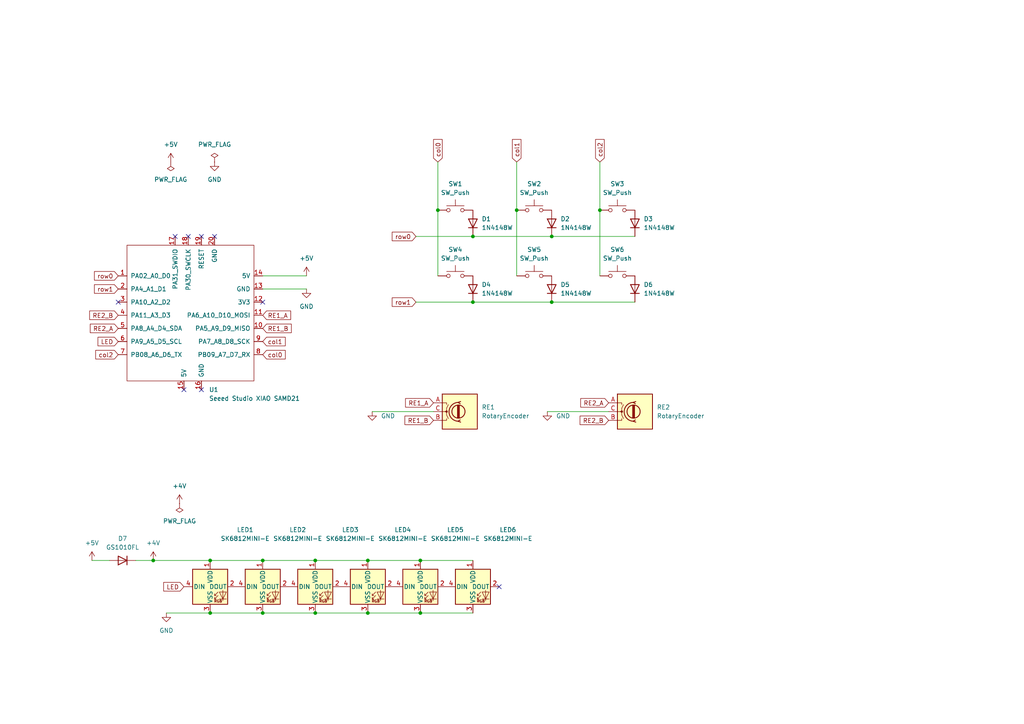
<source format=kicad_sch>
(kicad_sch (version 20230121) (generator eeschema)
  (paper "A4")
  (lib_symbols
    (symbol "Device:D" (pin_numbers hide) (pin_names (offset 1.016) hide)
      (property "Reference" "D" (at 0 2.54 0))
      (property "Value" "D" (at 0 -2.54 0))
      (symbol "D_0_1"
        (polyline (pts (xy -1.27 1.27) (xy -1.27 -1.27)) (stroke (width 0.254)))
        (polyline (pts (xy 1.27 0) (xy -1.27 0)))
        (polyline (pts (xy 1.27 1.27) (xy 1.27 -1.27) (xy -1.27 0) (xy 1.27 1.27)) (stroke (width 0.254)))
      )
      (symbol "D_1_1"
        (pin passive line (at -3.81 0 0) (length 2.54) (name "K") (number "1"))
        (pin passive line (at 3.81 0 180) (length 2.54) (name "A") (number "2"))
      )
    )
    (symbol "Device:RotaryEncoder" (pin_names (offset 0.254) hide)
      (property "Reference" "SW" (at 0 6.604 0))
      (property "Value" "RotaryEncoder" (at 0 -6.604 0))
      (symbol "RotaryEncoder_0_1"
        (rectangle (start -5.08 5.08) (end 5.08 -5.08) (stroke (width 0.254)) (fill (type background)))
        (circle (center -3.81 0) (radius 0.254) (fill (type outline)))
        (circle (center -0.381 0) (radius 1.905) (stroke (width 0.254)))
        (arc (start -0.381 2.667) (mid -3.0988 -0.0635) (end -0.381 -2.794) (stroke (width 0.254)))
        (polyline (pts (xy -0.635 -1.778) (xy -0.635 1.778)) (stroke (width 0.254)))
        (polyline (pts (xy -0.381 -1.778) (xy -0.381 1.778)) (stroke (width 0.254)))
        (polyline (pts (xy -0.127 1.778) (xy -0.127 -1.778)) (stroke (width 0.254)))
        (polyline (pts (xy -5.08 -2.54) (xy -3.81 -2.54) (xy -3.81 -2.032)))
        (polyline (pts (xy -5.08 2.54) (xy -3.81 2.54) (xy -3.81 2.032)))
        (polyline (pts (xy 0.254 -3.048) (xy -0.508 -2.794) (xy 0.127 -2.413)) (stroke (width 0.254)))
        (polyline (pts (xy 0.254 2.921) (xy -0.508 2.667) (xy 0.127 2.286)) (stroke (width 0.254)))
        (polyline (pts (xy -5.08 0) (xy -3.81 0) (xy -3.81 -1.016) (xy -3.302 -2.032)))
        (polyline (pts (xy -4.318 0) (xy -3.81 0) (xy -3.81 1.016) (xy -3.302 2.032)))
      )
      (symbol "RotaryEncoder_1_1"
        (pin passive line (at -7.62 2.54 0) (length 2.54) (name "A") (number "A"))
        (pin passive line (at -7.62 -2.54 0) (length 2.54) (name "B") (number "B"))
        (pin passive line (at -7.62 0 0) (length 2.54) (name "C") (number "C"))
      )
    )
    (symbol "Diode:1N4148W" (pin_numbers hide) (pin_names hide)
      (property "Reference" "D" (at 0 2.54 0))
      (property "Value" "1N4148W" (at 0 -2.54 0))
      (symbol "1N4148W_0_1"
        (polyline (pts (xy -1.27 1.27) (xy -1.27 -1.27)) (stroke (width 0.254)))
        (polyline (pts (xy 1.27 0) (xy -1.27 0)))
        (polyline (pts (xy 1.27 1.27) (xy 1.27 -1.27) (xy -1.27 0) (xy 1.27 1.27)) (stroke (width 0.254)))
      )
      (symbol "1N4148W_1_1"
        (pin passive line (at -3.81 0 0) (length 2.54) (name "K") (number "1"))
        (pin passive line (at 3.81 0 180) (length 2.54) (name "A") (number "2"))
      )
    )
    (symbol "LED:WS2812B" (pin_names (offset 0.254))
      (property "Reference" "D" (at 5.08 5.715 0))
      (property "Value" "WS2812B" (at 1.27 -5.715 0))
      (symbol "WS2812B_0_0"
        (text "RGB" (at 2.286 -4.191 0) (effects (font (size 0.762 0.762))))
      )
      (symbol "WS2812B_0_1"
        (polyline (pts (xy 1.27 -3.556) (xy 1.778 -3.556)))
        (polyline (pts (xy 1.27 -2.54) (xy 1.778 -2.54)))
        (polyline (pts (xy 4.699 -3.556) (xy 2.667 -3.556)))
        (polyline (pts (xy 2.286 -2.54) (xy 1.27 -3.556) (xy 1.27 -3.048)))
        (polyline (pts (xy 2.286 -1.524) (xy 1.27 -2.54) (xy 1.27 -2.032)))
        (polyline (pts (xy 3.683 -1.016) (xy 3.683 -3.556) (xy 3.683 -4.064)))
        (polyline (pts (xy 4.699 -1.524) (xy 2.667 -1.524) (xy 3.683 -3.556) (xy 4.699 -1.524)))
        (rectangle (start 5.08 5.08) (end -5.08 -5.08) (stroke (width 0.254)) (fill (type background)))
      )
      (symbol "WS2812B_1_1"
        (pin power_in line (at 0 7.62 270) (length 2.54) (name "VDD") (number "1"))
        (pin output line (at 7.62 0 180) (length 2.54) (name "DOUT") (number "2"))
        (pin power_in line (at 0 -7.62 90) (length 2.54) (name "VSS") (number "3"))
        (pin input line (at -7.62 0 0) (length 2.54) (name "DIN") (number "4"))
      )
    )
    (symbol "Seeed_Studio_XIAO_Series:Seeed Studio XIAO SAMD21" (pin_names (offset 1.016))
      (property "Reference" "U1" (at 4.7341 -21.59 0))
      (property "Value" "Seeed Studio XIAO SAMD21" (at 4.7341 -24.13 0))
      (symbol "Seeed Studio XIAO SAMD21_0_1"
        (rectangle (start -19.05 20.32) (end 17.78 -19.05))
      )
      (symbol "Seeed Studio XIAO SAMD21_1_1"
        (pin bidirectional line (at -21.59 11.43 0) (length 2.54) (name "PA02_A0_D0") (number "1"))
        (pin bidirectional line (at 20.32 -3.81 180) (length 2.54) (name "PA5_A9_D9_MISO") (number "10"))
        (pin bidirectional line (at 20.32 0 180) (length 2.54) (name "PA6_A10_D10_MOSI") (number "11"))
        (pin power_in line (at 20.32 3.81 180) (length 2.54) (name "3V3") (number "12"))
        (pin power_in line (at 20.32 7.62 180) (length 2.54) (name "GND") (number "13"))
        (pin power_in line (at 20.32 11.43 180) (length 2.54) (name "5V") (number "14"))
        (pin input line (at -2.54 -21.59 90) (length 2.54) (name "5V") (number "15"))
        (pin input line (at 2.54 -21.59 90) (length 2.54) (name "GND") (number "16"))
        (pin input line (at -5.08 22.86 270) (length 2.54) (name "PA31_SWDIO") (number "17"))
        (pin input line (at -1.27 22.86 270) (length 2.54) (name "PA30_SWCLK") (number "18"))
        (pin input line (at 2.54 22.86 270) (length 2.54) (name "RESET") (number "19"))
        (pin bidirectional line (at -21.59 7.62 0) (length 2.54) (name "PA4_A1_D1") (number "2"))
        (pin input line (at 6.35 22.86 270) (length 2.54) (name "GND") (number "20"))
        (pin bidirectional line (at -21.59 3.81 0) (length 2.54) (name "PA10_A2_D2") (number "3"))
        (pin bidirectional line (at -21.59 0 0) (length 2.54) (name "PA11_A3_D3") (number "4"))
        (pin bidirectional line (at -21.59 -3.81 0) (length 2.54) (name "PA8_A4_D4_SDA") (number "5"))
        (pin bidirectional line (at -21.59 -7.62 0) (length 2.54) (name "PA9_A5_D5_SCL") (number "6"))
        (pin bidirectional line (at -21.59 -11.43 0) (length 2.54) (name "PB08_A6_D6_TX") (number "7"))
        (pin bidirectional line (at 20.32 -11.43 180) (length 2.54) (name "PB09_A7_D7_RX") (number "8"))
        (pin bidirectional line (at 20.32 -7.62 180) (length 2.54) (name "PA7_A8_D8_SCK") (number "9"))
      )
    )
    (symbol "Switch:SW_Push" (pin_numbers hide) (pin_names (offset 1.016) hide)
      (property "Reference" "SW" (at 1.27 2.54 0))
      (property "Value" "SW_Push" (at 0 -1.524 0))
      (symbol "SW_Push_0_1"
        (circle (center -2.032 0) (radius 0.508))
        (polyline (pts (xy 0 1.27) (xy 0 3.048)))
        (polyline (pts (xy 2.54 1.27) (xy -2.54 1.27)))
        (circle (center 2.032 0) (radius 0.508))
        (pin passive line (at -5.08 0 0) (length 2.54) (name "1") (number "1"))
        (pin passive line (at 5.08 0 180) (length 2.54) (name "2") (number "2"))
      )
    )
    (symbol "power:+4V" (power) (pin_names (offset 0))
      (property "Value" "+4V" (at 0 3.556 0))
      (symbol "+4V_0_1"
        (polyline (pts (xy -0.762 1.27) (xy 0 2.54)))
        (polyline (pts (xy 0 0) (xy 0 2.54)))
        (polyline (pts (xy 0 2.54) (xy 0.762 1.27)))
      )
      (symbol "+4V_1_1"
        (pin power_in line (at 0 0 90) (length 0) hide (name "+4V") (number "1"))
      )
    )
    (symbol "power:+5V" (power) (pin_names (offset 0))
      (property "Value" "+5V" (at 0 3.556 0))
      (symbol "+5V_0_1"
        (polyline (pts (xy -0.762 1.27) (xy 0 2.54)))
        (polyline (pts (xy 0 0) (xy 0 2.54)))
        (polyline (pts (xy 0 2.54) (xy 0.762 1.27)))
      )
      (symbol "+5V_1_1"
        (pin power_in line (at 0 0 90) (length 0) hide (name "+5V") (number "1"))
      )
    )
    (symbol "power:GND" (power) (pin_names (offset 0))
      (property "Value" "GND" (at 0 -3.81 0))
      (symbol "GND_0_1"
        (polyline (pts (xy 0 0) (xy 0 -1.27) (xy 1.27 -1.27) (xy 0 -2.54) (xy -1.27 -1.27) (xy 0 -1.27)))
      )
      (symbol "GND_1_1"
        (pin power_in line (at 0 0 270) (length 0) hide (name "GND") (number "1"))
      )
    )
    (symbol "power:PWR_FLAG" (power) (pin_numbers hide) (pin_names (offset 0) hide)
      (property "Value" "PWR_FLAG" (at 0 3.81 0))
      (symbol "PWR_FLAG_0_0"
        (pin power_out line (at 0 0 90) (length 0) (name "pwr") (number "1"))
      )
      (symbol "PWR_FLAG_0_1"
        (polyline (pts (xy 0 0) (xy 0 1.27) (xy -1.016 1.905) (xy 0 2.54) (xy 1.016 1.905) (xy 0 1.27)))
      )
    )
  )
  (junction (at 91.44 162.56))
  (junction (at 121.92 177.8))
  (junction (at 137.16 87.63))
  (junction (at 76.2 162.56))
  (junction (at 137.16 68.58))
  (junction (at 173.99 60.96))
  (junction (at 91.44 177.8))
  (junction (at 160.02 87.63))
  (junction (at 160.02 68.58))
  (junction (at 76.2 177.8))
  (junction (at 121.92 162.56))
  (junction (at 149.86 60.96))
  (junction (at 127 60.96))
  (junction (at 106.68 162.56))
  (junction (at 60.96 177.8))
  (junction (at 60.96 162.56))
  (junction (at 44.45 162.56))
  (junction (at 106.68 177.8))
  (no_connect (at 34.29 87.63))
  (no_connect (at 53.34 113.03))
  (no_connect (at 58.42 68.58))
  (no_connect (at 54.61 68.58))
  (no_connect (at 144.78 170.18))
  (no_connect (at 62.23 68.58))
  (no_connect (at 58.42 113.03))
  (no_connect (at 50.8 68.58))
  (no_connect (at 76.2 87.63))
  (wire (pts (xy 127 60.96) (xy 127 80.01)))
  (wire (pts (xy 158.75 119.38) (xy 176.53 119.38)))
  (wire (pts (xy 121.92 162.56) (xy 137.16 162.56)))
  (wire (pts (xy 121.92 177.8) (xy 137.16 177.8)))
  (wire (pts (xy 91.44 177.8) (xy 106.68 177.8)))
  (wire (pts (xy 160.02 68.58) (xy 184.15 68.58)))
  (wire (pts (xy 149.86 46.99) (xy 149.86 60.96)))
  (wire (pts (xy 76.2 177.8) (xy 91.44 177.8)))
  (wire (pts (xy 137.16 87.63) (xy 160.02 87.63)))
  (wire (pts (xy 137.16 68.58) (xy 160.02 68.58)))
  (wire (pts (xy 88.9 83.82) (xy 76.2 83.82)))
  (wire (pts (xy 120.65 87.63) (xy 137.16 87.63)))
  (wire (pts (xy 107.95 119.38) (xy 125.73 119.38)))
  (wire (pts (xy 173.99 60.96) (xy 173.99 80.01)))
  (wire (pts (xy 60.96 177.8) (xy 76.2 177.8)))
  (wire (pts (xy 76.2 162.56) (xy 91.44 162.56)))
  (wire (pts (xy 106.68 177.8) (xy 121.92 177.8)))
  (wire (pts (xy 60.96 162.56) (xy 76.2 162.56)))
  (wire (pts (xy 173.99 46.99) (xy 173.99 60.96)))
  (wire (pts (xy 149.86 60.96) (xy 149.86 80.01)))
  (wire (pts (xy 88.9 80.01) (xy 76.2 80.01)))
  (wire (pts (xy 91.44 162.56) (xy 106.68 162.56)))
  (wire (pts (xy 48.26 177.8) (xy 60.96 177.8)))
  (wire (pts (xy 127 46.99) (xy 127 60.96)))
  (wire (pts (xy 39.37 162.56) (xy 44.45 162.56)))
  (wire (pts (xy 44.45 162.56) (xy 60.96 162.56)))
  (wire (pts (xy 120.65 68.58) (xy 137.16 68.58)))
  (wire (pts (xy 106.68 162.56) (xy 121.92 162.56)))
  (wire (pts (xy 26.67 162.56) (xy 31.75 162.56)))
  (wire (pts (xy 160.02 87.63) (xy 184.15 87.63)))
  (text "ロータリーエンコーダー" (at -223.52 7.62 0) (effects (font (size 3 3)) (justify left bottom)))
  (text "マイコンボード" (at -201.93 -93.98 0) (effects (font (size 3 3)) (justify left bottom)))
  (text "バックライトLED" (at -196.85 -38.1 0) (effects (font (size 3 3)) (justify left bottom)))
  (text "キーマトリクス" (at -220.98 -26.67 0) (effects (font (size 3 3)) (justify left bottom)))
  (global_label "row1" (shape input) (at 120.65 87.63 180) (property "Intersheetrefs" "${INTERSHEET_REFS}" (effects hide)))
  (global_label "col0" (shape input) (at 127 46.99 90) (property "Intersheetrefs" "${INTERSHEET_REFS}" (effects hide)))
  (global_label "RE1_B" (shape input) (at 125.73 121.92 180) (property "Intersheetrefs" "${INTERSHEET_REFS}" (effects hide)))
  (global_label "LED" (shape input) (at 34.29 99.06 180) (property "Intersheetrefs" "${INTERSHEET_REFS}" (effects hide)))
  (global_label "RE1_B" (shape input) (at 76.2 95.25 0) (property "Intersheetrefs" "${INTERSHEET_REFS}" (effects hide)))
  (global_label "RE2_B" (shape input) (at 34.29 91.44 180) (property "Intersheetrefs" "${INTERSHEET_REFS}" (effects hide)))
  (global_label "col2" (shape input) (at 34.29 102.87 180) (property "Intersheetrefs" "${INTERSHEET_REFS}" (effects hide)))
  (global_label "row1" (shape input) (at 34.29 83.82 180) (property "Intersheetrefs" "${INTERSHEET_REFS}" (effects hide)))
  (global_label "LED" (shape input) (at 53.34 170.18 180) (property "Intersheetrefs" "${INTERSHEET_REFS}" (effects hide)))
  (global_label "col1" (shape input) (at 76.2 99.06 0) (property "Intersheetrefs" "${INTERSHEET_REFS}" (effects hide)))
  (global_label "RE1_A" (shape input) (at 76.2 91.44 0) (property "Intersheetrefs" "${INTERSHEET_REFS}" (effects hide)))
  (global_label "col0" (shape input) (at 76.2 102.87 0) (property "Intersheetrefs" "${INTERSHEET_REFS}" (effects hide)))
  (global_label "row0" (shape input) (at 120.65 68.58 180) (property "Intersheetrefs" "${INTERSHEET_REFS}" (effects hide)))
  (global_label "RE1_A" (shape input) (at 125.73 116.84 180) (property "Intersheetrefs" "${INTERSHEET_REFS}" (effects hide)))
  (global_label "row0" (shape input) (at 34.29 80.01 180) (property "Intersheetrefs" "${INTERSHEET_REFS}" (effects hide)))
  (global_label "RE2_B" (shape input) (at 176.53 121.92 180) (property "Intersheetrefs" "${INTERSHEET_REFS}" (effects hide)))
  (global_label "RE2_A" (shape input) (at 34.29 95.25 180) (property "Intersheetrefs" "${INTERSHEET_REFS}" (effects hide)))
  (global_label "col2" (shape input) (at 173.99 46.99 90) (property "Intersheetrefs" "${INTERSHEET_REFS}" (effects hide)))
  (global_label "RE2_A" (shape input) (at 176.53 116.84 180) (property "Intersheetrefs" "${INTERSHEET_REFS}" (effects hide)))
  (global_label "col1" (shape input) (at 149.86 46.99 90) (property "Intersheetrefs" "${INTERSHEET_REFS}" (effects hide)))
  (symbol (lib_id "LED:WS2812B") (at 121.92 170.18 0) (unit 1)
    (property "Reference" "LED5" (at 132.08 153.67 0))
    (property "Value" "SK6812MINI-E" (at 132.08 156.21 0))
    (property "Footprint" "Keebio-Parts:SK6812-MINI-E" (effects hide))
    (property "Datasheet" "https://cdn-shop.adafruit.com/datasheets/WS2812B.pdf" (effects hide))
  )
  (symbol (lib_id "Diode:1N4148W") (at 184.15 83.82 90) (unit 1)
    (property "Reference" "D6" (at 186.69 82.55 90) (effects (justify right)))
    (property "Value" "1N4148W" (at 186.69 85.09 90) (effects (justify right)))
    (property "Footprint" "Diode_SMD:D_SOD-123" (effects hide))
    (property "Datasheet" "https://www.vishay.com/docs/85748/1n4148w.pdf" (effects hide))
    (property "Sim.Device" "D" (effects hide))
    (property "Sim.Pins" "1=K 2=A" (effects hide))
  )
  (symbol (lib_id "Device:D") (at 35.56 162.56 180) (unit 1)
    (property "Reference" "D7" (at 35.56 156.21 0))
    (property "Value" "GS1010FL" (at 35.56 158.75 0))
    (property "Footprint" "Diode_SMD:D_SOD-123F" (effects hide))
    (property "Sim.Device" "D" (effects hide))
    (property "Sim.Pins" "1=K 2=A" (effects hide))
  )
  (symbol (lib_id "Switch:SW_Push") (at 154.94 80.01 0) (unit 1)
    (property "Reference" "SW5" (at 154.94 72.39 0))
    (property "Value" "SW_Push" (at 154.94 74.93 0))
    (property "Footprint" "MX_Solderable:MX-Solderable-1U" (effects hide))
  )
  (symbol (lib_id "Switch:SW_Push") (at 179.07 60.96 0) (unit 1)
    (property "Reference" "SW3" (at 179.07 53.34 0))
    (property "Value" "SW_Push" (at 179.07 55.88 0))
    (property "Footprint" "MX_Solderable:MX-Solderable-1U" (effects hide))
  )
  (symbol (lib_id "Switch:SW_Push") (at 132.08 60.96 0) (unit 1)
    (property "Reference" "SW1" (at 132.08 53.34 0))
    (property "Value" "SW_Push" (at 132.08 55.88 0))
    (property "Footprint" "MX_Solderable:MX-Solderable-1U" (effects hide))
  )
  (symbol (lib_id "power:GND") (at 48.26 177.8 0) (unit 1)
    (property "Reference" "#PWR05" (effects hide))
    (property "Value" "GND" (at 48.26 182.88 0))
  )
  (symbol (lib_id "power:+4V") (at 52.07 146.05 0) (unit 1)
    (property "Reference" "#PWR010" (effects hide))
    (property "Value" "+4V" (at 52.07 140.97 0))
  )
  (symbol (lib_id "power:GND") (at 88.9 83.82 0) (unit 1)
    (property "Reference" "#PWR03" (effects hide))
    (property "Value" "GND" (at 88.9 88.9 0))
  )
  (symbol (lib_id "power:PWR_FLAG") (at 52.07 146.05 180) (unit 1)
    (property "Reference" "#FLG03" (effects hide))
    (property "Value" "PWR_FLAG" (at 52.07 151.13 0))
  )
  (symbol (lib_id "power:GND") (at 107.95 119.38 0) (unit 1)
    (property "Reference" "#PWR01" (effects hide))
    (property "Value" "GND" (at 110.49 120.65 0) (effects (justify left)))
  )
  (symbol (lib_id "Diode:1N4148W") (at 160.02 83.82 90) (unit 1)
    (property "Reference" "D5" (at 162.56 82.55 90) (effects (justify right)))
    (property "Value" "1N4148W" (at 162.56 85.09 90) (effects (justify right)))
    (property "Footprint" "Diode_SMD:D_SOD-123" (effects hide))
    (property "Datasheet" "https://www.vishay.com/docs/85748/1n4148w.pdf" (effects hide))
    (property "Sim.Device" "D" (effects hide))
    (property "Sim.Pins" "1=K 2=A" (effects hide))
  )
  (symbol (lib_id "LED:WS2812B") (at 137.16 170.18 0) (unit 1)
    (property "Reference" "LED6" (at 147.32 153.67 0))
    (property "Value" "SK6812MINI-E" (at 147.32 156.21 0))
    (property "Footprint" "Keebio-Parts:SK6812-MINI-E" (effects hide))
    (property "Datasheet" "https://cdn-shop.adafruit.com/datasheets/WS2812B.pdf" (effects hide))
  )
  (symbol (lib_id "Diode:1N4148W") (at 184.15 64.77 90) (unit 1)
    (property "Reference" "D3" (at 186.69 63.5 90) (effects (justify right)))
    (property "Value" "1N4148W" (at 186.69 66.04 90) (effects (justify right)))
    (property "Footprint" "Diode_SMD:D_SOD-123" (effects hide))
    (property "Datasheet" "https://www.vishay.com/docs/85748/1n4148w.pdf" (effects hide))
    (property "Sim.Device" "D" (effects hide))
    (property "Sim.Pins" "1=K 2=A" (effects hide))
  )
  (symbol (lib_id "LED:WS2812B") (at 60.96 170.18 0) (unit 1)
    (property "Reference" "LED1" (at 71.12 153.67 0))
    (property "Value" "SK6812MINI-E" (at 71.12 156.21 0))
    (property "Footprint" "Keebio-Parts:SK6812-MINI-E" (effects hide))
    (property "Datasheet" "https://cdn-shop.adafruit.com/datasheets/WS2812B.pdf" (effects hide))
  )
  (symbol (lib_id "Seeed_Studio_XIAO_Series:Seeed Studio XIAO SAMD21") (at 55.88 91.44 0) (unit 1)
    (property "Reference" "U1" (at 60.6141 113.03 0) (effects (justify left)))
    (property "Value" "Seeed Studio XIAO SAMD21" (at 60.6141 115.57 0) (effects (justify left)))
    (property "Footprint" "Seeed Studio XIAO Series Library:XIAO-SAMD21-RP2040-14P-2.54-21X17.8MM (Seeeduino XIAO)" (effects hide))
  )
  (symbol (lib_id "Switch:SW_Push") (at 179.07 80.01 0) (unit 1)
    (property "Reference" "SW6" (at 179.07 72.39 0))
    (property "Value" "SW_Push" (at 179.07 74.93 0))
    (property "Footprint" "MX_Solderable:MX-Solderable-1U" (effects hide))
  )
  (symbol (lib_id "Device:RotaryEncoder") (at 133.35 119.38 0) (unit 1)
    (property "Reference" "RE1" (at 139.7 118.11 0) (effects (justify left)))
    (property "Value" "RotaryEncoder" (at 139.7 120.65 0) (effects (justify left)))
    (property "Footprint" "Rotary_Encoder:RotaryEncoder_Alps_EC12E_Vertical_H20mm" (effects hide))
  )
  (symbol (lib_id "Diode:1N4148W") (at 137.16 83.82 90) (unit 1)
    (property "Reference" "D4" (at 139.7 82.55 90) (effects (justify right)))
    (property "Value" "1N4148W" (at 139.7 85.09 90) (effects (justify right)))
    (property "Footprint" "Diode_SMD:D_SOD-123" (effects hide))
    (property "Datasheet" "https://www.vishay.com/docs/85748/1n4148w.pdf" (effects hide))
    (property "Sim.Device" "D" (effects hide))
    (property "Sim.Pins" "1=K 2=A" (effects hide))
  )
  (symbol (lib_id "LED:WS2812B") (at 76.2 170.18 0) (unit 1)
    (property "Reference" "LED2" (at 86.36 153.67 0))
    (property "Value" "SK6812MINI-E" (at 86.36 156.21 0))
    (property "Footprint" "Keebio-Parts:SK6812-MINI-E" (effects hide))
    (property "Datasheet" "https://cdn-shop.adafruit.com/datasheets/WS2812B.pdf" (effects hide))
  )
  (symbol (lib_id "power:GND") (at 62.23 46.99 0) (unit 1)
    (property "Reference" "#PWR08" (effects hide))
    (property "Value" "GND" (at 62.23 52.07 0))
  )
  (symbol (lib_id "power:+5V") (at 88.9 80.01 0) (unit 1)
    (property "Reference" "#PWR06" (effects hide))
    (property "Value" "+5V" (at 88.9 74.93 0))
  )
  (symbol (lib_id "Switch:SW_Push") (at 132.08 80.01 0) (unit 1)
    (property "Reference" "SW4" (at 132.08 72.39 0))
    (property "Value" "SW_Push" (at 132.08 74.93 0))
    (property "Footprint" "MX_Solderable:MX-Solderable-1U" (effects hide))
  )
  (symbol (lib_id "power:PWR_FLAG") (at 62.23 46.99 0) (unit 1)
    (property "Reference" "#FLG02" (effects hide))
    (property "Value" "PWR_FLAG" (at 62.23 41.91 0))
  )
  (symbol (lib_id "power:GND") (at 158.75 119.38 0) (unit 1)
    (property "Reference" "#PWR02" (effects hide))
    (property "Value" "GND" (at 161.29 120.65 0) (effects (justify left)))
  )
  (symbol (lib_id "Device:RotaryEncoder") (at 184.15 119.38 0) (unit 1)
    (property "Reference" "RE2" (at 190.5 118.11 0) (effects (justify left)))
    (property "Value" "RotaryEncoder" (at 190.5 120.65 0) (effects (justify left)))
    (property "Footprint" "Rotary_Encoder:RotaryEncoder_Alps_EC12E_Vertical_H20mm" (effects hide))
  )
  (symbol (lib_id "power:+4V") (at 44.45 162.56 0) (unit 1)
    (property "Reference" "#PWR09" (effects hide))
    (property "Value" "+4V" (at 44.45 157.48 0))
  )
  (symbol (lib_id "power:+5V") (at 26.67 162.56 0) (unit 1)
    (property "Reference" "#PWR04" (effects hide))
    (property "Value" "+5V" (at 26.67 157.48 0))
  )
  (symbol (lib_id "LED:WS2812B") (at 106.68 170.18 0) (unit 1)
    (property "Reference" "LED4" (at 116.84 153.67 0))
    (property "Value" "SK6812MINI-E" (at 116.84 156.21 0))
    (property "Footprint" "Keebio-Parts:SK6812-MINI-E" (effects hide))
    (property "Datasheet" "https://cdn-shop.adafruit.com/datasheets/WS2812B.pdf" (effects hide))
  )
  (symbol (lib_id "power:+5V") (at 49.53 46.99 0) (unit 1)
    (property "Reference" "#PWR07" (effects hide))
    (property "Value" "+5V" (at 49.53 41.91 0))
  )
  (symbol (lib_id "power:PWR_FLAG") (at 49.53 46.99 180) (unit 1)
    (property "Reference" "#FLG01" (effects hide))
    (property "Value" "PWR_FLAG" (at 49.53 52.07 0))
  )
  (symbol (lib_id "LED:WS2812B") (at 91.44 170.18 0) (unit 1)
    (property "Reference" "LED3" (at 101.6 153.67 0))
    (property "Value" "SK6812MINI-E" (at 101.6 156.21 0))
    (property "Footprint" "Keebio-Parts:SK6812-MINI-E" (effects hide))
    (property "Datasheet" "https://cdn-shop.adafruit.com/datasheets/WS2812B.pdf" (effects hide))
  )
  (symbol (lib_id "Switch:SW_Push") (at 154.94 60.96 0) (unit 1)
    (property "Reference" "SW2" (at 154.94 53.34 0))
    (property "Value" "SW_Push" (at 154.94 55.88 0))
    (property "Footprint" "MX_Solderable:MX-Solderable-1U" (effects hide))
  )
  (symbol (lib_id "Diode:1N4148W") (at 137.16 64.77 90) (unit 1)
    (property "Reference" "D1" (at 139.7 63.5 90) (effects (justify right)))
    (property "Value" "1N4148W" (at 139.7 66.04 90) (effects (justify right)))
    (property "Footprint" "Diode_SMD:D_SOD-123" (effects hide))
    (property "Datasheet" "https://www.vishay.com/docs/85748/1n4148w.pdf" (effects hide))
    (property "Sim.Device" "D" (effects hide))
    (property "Sim.Pins" "1=K 2=A" (effects hide))
  )
  (symbol (lib_id "Diode:1N4148W") (at 160.02 64.77 90) (unit 1)
    (property "Reference" "D2" (at 162.56 63.5 90) (effects (justify right)))
    (property "Value" "1N4148W" (at 162.56 66.04 90) (effects (justify right)))
    (property "Footprint" "Diode_SMD:D_SOD-123" (effects hide))
    (property "Datasheet" "https://www.vishay.com/docs/85748/1n4148w.pdf" (effects hide))
    (property "Sim.Device" "D" (effects hide))
    (property "Sim.Pins" "1=K 2=A" (effects hide))
  )
)
</source>
